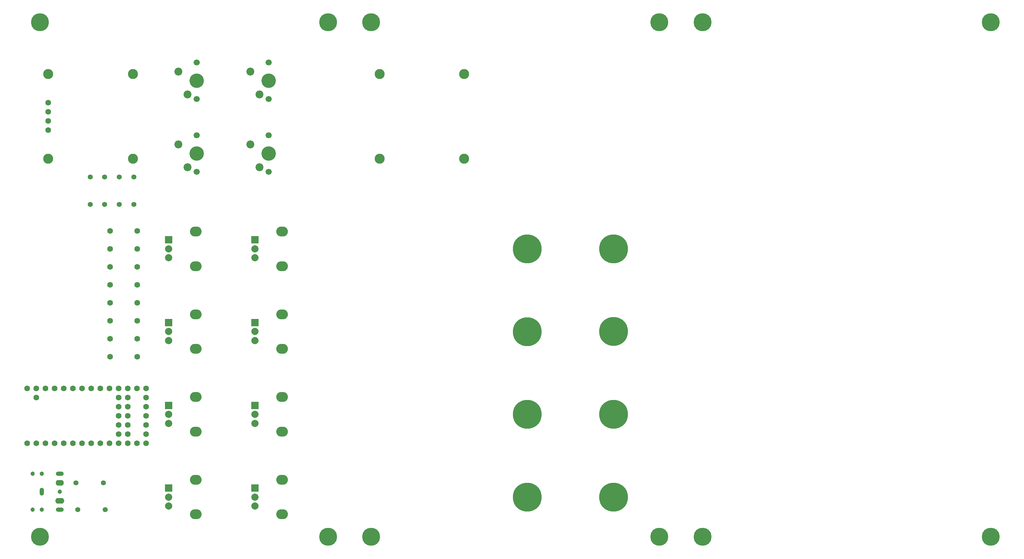
<source format=gbr>
%TF.GenerationSoftware,KiCad,Pcbnew,9.0.1*%
%TF.CreationDate,2025-08-14T16:42:05+01:00*%
%TF.ProjectId,MC8P_MIDI_CONTROLLER,4d433850-5f4d-4494-9449-5f434f4e5452,rev?*%
%TF.SameCoordinates,Original*%
%TF.FileFunction,Soldermask,Bot*%
%TF.FilePolarity,Negative*%
%FSLAX46Y46*%
G04 Gerber Fmt 4.6, Leading zero omitted, Abs format (unit mm)*
G04 Created by KiCad (PCBNEW 9.0.1) date 2025-08-14 16:42:05*
%MOMM*%
%LPD*%
G01*
G04 APERTURE LIST*
%ADD10C,1.397000*%
%ADD11C,8.000000*%
%ADD12C,5.000000*%
%ADD13O,3.240000X2.780000*%
%ADD14R,2.000000X2.000000*%
%ADD15C,2.000000*%
%ADD16C,1.600000*%
%ADD17C,1.700000*%
%ADD18C,4.000000*%
%ADD19C,2.200000*%
%ADD20C,1.200000*%
%ADD21O,2.200000X1.200000*%
%ADD22O,2.300000X1.600000*%
%ADD23O,1.200000X2.200000*%
%ADD24O,2.500000X1.600000*%
%ADD25C,2.800000*%
G04 APERTURE END LIST*
D10*
%TO.C,R3*%
X64247500Y-81160000D03*
X64247500Y-88780000D03*
%TD*%
D11*
%TO.C,REF\u002A\u002A*%
X181531700Y-124160000D03*
%TD*%
%TO.C,REF\u002A\u002A*%
X181531700Y-101157300D03*
%TD*%
D10*
%TO.C,R5*%
X64367500Y-173660000D03*
X56747500Y-173660000D03*
%TD*%
D12*
%TO.C,*%
X230247500Y-38140000D03*
%TD*%
D13*
%TO.C,RV6*%
X113491700Y-142357300D03*
X113491700Y-151957300D03*
D14*
X105991700Y-144657300D03*
D15*
X105991700Y-147157300D03*
X105991700Y-149657300D03*
%TD*%
D11*
%TO.C,REF\u002A\u002A*%
X205491700Y-124157300D03*
%TD*%
D13*
%TO.C,RV3*%
X89531700Y-119357300D03*
X89531700Y-128957300D03*
D14*
X82031700Y-121657300D03*
D15*
X82031700Y-124157300D03*
X82031700Y-126657300D03*
%TD*%
D12*
%TO.C,REF\u002A\u002A*%
X126247500Y-38160000D03*
%TD*%
D13*
%TO.C,RV7*%
X113491700Y-119357300D03*
X113491700Y-128957300D03*
D14*
X105991700Y-121657300D03*
D15*
X105991700Y-124157300D03*
X105991700Y-126657300D03*
%TD*%
D16*
%TO.C,C2*%
X73247500Y-126160000D03*
X65747500Y-126160000D03*
%TD*%
D12*
%TO.C,*%
X310247500Y-38140000D03*
%TD*%
%TO.C,*%
X230247500Y-181140000D03*
%TD*%
D16*
%TO.C,C5*%
X73247500Y-96160000D03*
X65747500Y-96160000D03*
%TD*%
D13*
%TO.C,RV8*%
X113491700Y-96357300D03*
X113491700Y-105957300D03*
D14*
X105991700Y-98657300D03*
D15*
X105991700Y-101157300D03*
X105991700Y-103657300D03*
%TD*%
D10*
%TO.C,R2*%
X68247500Y-81160000D03*
X68247500Y-88780000D03*
%TD*%
D13*
%TO.C,RV5*%
X113491700Y-165357300D03*
X113491700Y-174957300D03*
D14*
X105991700Y-167657300D03*
D15*
X105991700Y-170157300D03*
X105991700Y-172657300D03*
%TD*%
D13*
%TO.C,RV1*%
X89531700Y-165357300D03*
X89531700Y-174957300D03*
D14*
X82031700Y-167657300D03*
D15*
X82031700Y-170157300D03*
X82031700Y-172657300D03*
%TD*%
D10*
%TO.C,R6*%
X63867500Y-166160000D03*
X56247500Y-166160000D03*
%TD*%
D16*
%TO.C,C8*%
X73247500Y-111160000D03*
X65747500Y-111160000D03*
%TD*%
%TO.C,C4*%
X73247500Y-116160000D03*
X65747500Y-116160000D03*
%TD*%
D12*
%TO.C,*%
X218247500Y-38160000D03*
%TD*%
D16*
%TO.C,U1*%
X42747500Y-155160000D03*
X45287500Y-155160000D03*
X47827500Y-155160000D03*
X50367500Y-155160000D03*
X52907500Y-155160000D03*
X55447500Y-155160000D03*
X57987500Y-155160000D03*
X60527500Y-155160000D03*
X63067500Y-155160000D03*
X65607500Y-155160000D03*
X68147500Y-155160000D03*
X70687500Y-155160000D03*
X73227500Y-155160000D03*
X75767500Y-155160000D03*
X75767500Y-152620000D03*
X75767500Y-150080000D03*
X75767500Y-147540000D03*
X75767500Y-145000000D03*
X75767500Y-142460000D03*
X75767500Y-139920000D03*
X73227500Y-139920000D03*
X70687500Y-139920000D03*
X68147500Y-139920000D03*
X65607500Y-139920000D03*
X63067500Y-139920000D03*
X60527500Y-139920000D03*
X57987500Y-139920000D03*
X55447500Y-139920000D03*
X52907500Y-139920000D03*
X50367500Y-139920000D03*
X47827500Y-139920000D03*
X45287500Y-139920000D03*
X42747500Y-139920000D03*
X45287500Y-142460000D03*
X70687500Y-142460000D03*
X68147500Y-142460000D03*
X70687500Y-145000000D03*
X68147500Y-145000000D03*
X70687500Y-147540000D03*
X68147500Y-147540000D03*
X70687500Y-150080000D03*
X68147500Y-150080000D03*
X70687500Y-152620000D03*
X68147500Y-152620000D03*
%TD*%
D12*
%TO.C,REF\u002A\u002A*%
X46247500Y-38160000D03*
%TD*%
D11*
%TO.C,REF\u002A\u002A*%
X205491700Y-147157300D03*
%TD*%
D17*
%TO.C,SW4*%
X109747500Y-59510000D03*
D18*
X109747500Y-54430000D03*
D17*
X109747500Y-49350000D03*
D19*
X104667500Y-51890000D03*
X107207500Y-58240000D03*
%TD*%
D12*
%TO.C,*%
X310247500Y-181140000D03*
%TD*%
D16*
%TO.C,C6*%
X73247500Y-101160000D03*
X65747500Y-101160000D03*
%TD*%
D12*
%TO.C,*%
X218247500Y-181160000D03*
%TD*%
D20*
%TO.C,J1*%
X46747500Y-163660000D03*
X44247500Y-163660000D03*
X51747500Y-168660000D03*
X46747500Y-173660000D03*
X44247500Y-173660000D03*
D21*
X51747500Y-163660000D03*
D22*
X51747500Y-166160000D03*
D23*
X46747500Y-168660000D03*
D21*
X51747500Y-173660000D03*
D24*
X51747500Y-171160000D03*
%TD*%
D16*
%TO.C,C3*%
X73247500Y-121160000D03*
X65747500Y-121160000D03*
%TD*%
D11*
%TO.C,REF\u002A\u002A*%
X181531700Y-147160000D03*
%TD*%
D12*
%TO.C,*%
X126247500Y-181160000D03*
%TD*%
D17*
%TO.C,SW3*%
X109747500Y-79740000D03*
D18*
X109747500Y-74660000D03*
D17*
X109747500Y-69580000D03*
D19*
X104667500Y-72120000D03*
X107207500Y-78470000D03*
%TD*%
D12*
%TO.C,*%
X138247500Y-38160000D03*
%TD*%
D17*
%TO.C,SW2*%
X89747500Y-59510000D03*
D18*
X89747500Y-54430000D03*
D17*
X89747500Y-49350000D03*
D19*
X84667500Y-51890000D03*
X87207500Y-58240000D03*
%TD*%
D11*
%TO.C,REF\u002A\u002A*%
X205491700Y-170157300D03*
%TD*%
D13*
%TO.C,RV2*%
X89531700Y-142357300D03*
X89531700Y-151957300D03*
D14*
X82031700Y-144657300D03*
D15*
X82031700Y-147157300D03*
X82031700Y-149657300D03*
%TD*%
D11*
%TO.C,REF\u002A\u002A*%
X181531700Y-170157300D03*
%TD*%
%TO.C,REF\u002A\u002A*%
X205491700Y-101157300D03*
%TD*%
D10*
%TO.C,R1*%
X72347500Y-81160000D03*
X72347500Y-88780000D03*
%TD*%
D16*
%TO.C,C7*%
X73247500Y-106160000D03*
X65747500Y-106160000D03*
%TD*%
D10*
%TO.C,R4*%
X60247500Y-81160000D03*
X60247500Y-88780000D03*
%TD*%
D13*
%TO.C,RV4*%
X89531700Y-96357300D03*
X89531700Y-105957300D03*
D14*
X82031700Y-98657300D03*
D15*
X82031700Y-101157300D03*
X82031700Y-103657300D03*
%TD*%
D12*
%TO.C,*%
X138247500Y-181160000D03*
%TD*%
D16*
%TO.C,C1*%
X73247500Y-131160000D03*
X65747500Y-131160000D03*
%TD*%
D12*
%TO.C,REF\u002A\u002A*%
X46247500Y-181160000D03*
%TD*%
D17*
%TO.C,SW1*%
X89747500Y-79740000D03*
D18*
X89747500Y-74660000D03*
D17*
X89747500Y-69580000D03*
D19*
X84667500Y-72120000D03*
X87207500Y-78470000D03*
%TD*%
D25*
%TO.C,SSD1306*%
X72052500Y-52600000D03*
X48552500Y-52600000D03*
X72052500Y-76100000D03*
X48552500Y-76100000D03*
D16*
X48552500Y-60540000D03*
X48552500Y-63080000D03*
X48552500Y-65620000D03*
X48552500Y-68160000D03*
%TD*%
D25*
%TO.C,SSD1306*%
X164052500Y-52600000D03*
X140552500Y-52600000D03*
X164052500Y-76100000D03*
X140552500Y-76100000D03*
%TD*%
M02*

</source>
